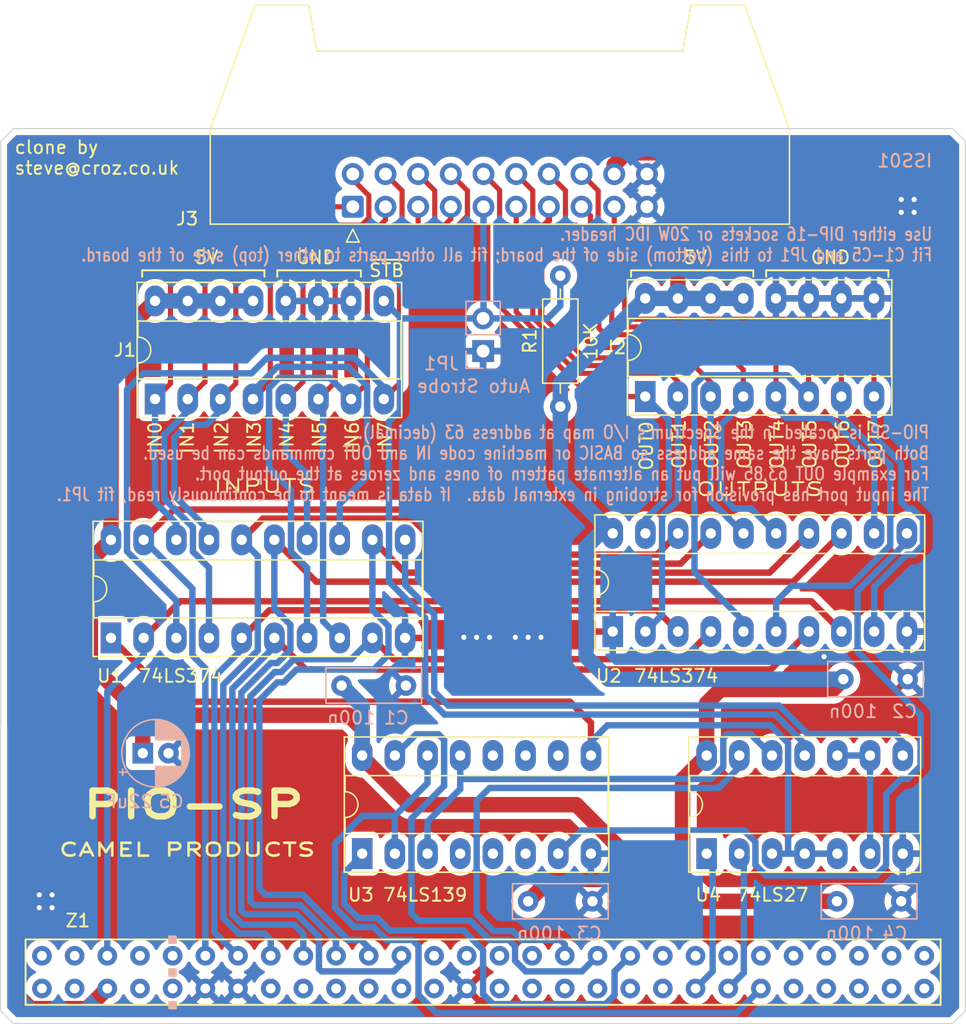
<source format=kicad_pcb>
(kicad_pcb (version 20211014) (generator pcbnew)
  (title_block (title "PIO-SP Clone") (date "2023-11-24") (rev "ISS01"))
  (layers (0 "F.Cu" signal) (31 "B.Cu" signal) (34 "B.Paste" user) (35 "F.Paste" user) (36 "B.SilkS" user "B.Silkscreen") (37 "F.SilkS" user "F.Silkscreen") (38 "B.Mask" user) (39 "F.Mask" user) (44 "Edge.Cuts" user))
  (net 0 "")
  (net 1 "+5V")
  (net 2 "GNDD")
  (net 3 "/IN0")
  (net 4 "/IN1")
  (net 5 "/IN2")
  (net 6 "/IN3")
  (net 7 "/IN4")
  (net 8 "/IN5")
  (net 9 "/IN6")
  (net 10 "/IN7")
  (net 11 "/~{STB}")
  (net 12 "/OUT0")
  (net 13 "/OUT1")
  (net 14 "/OUT2")
  (net 15 "/OUT3")
  (net 16 "/OUT4")
  (net 17 "/OUT5")
  (net 18 "/OUT6")
  (net 19 "/OUT7")
  (net 20 "Net-(U1-Pad1)")
  (net 21 "/D7")
  (net 22 "/D1")
  (net 23 "/D6")
  (net 24 "/D5")
  (net 25 "Net-(U1-Pad11)")
  (net 26 "/D3")
  (net 27 "/D4")
  (net 28 "/D2")
  (net 29 "/D0")
  (net 30 "Net-(U2-Pad11)")
  (net 31 "/~{WR}")
  (net 32 "/A5")
  (net 33 "Net-(U3-Pad13)")
  (net 40 "/~{RD}")
  (net 41 "/A7")
  (net 42 "/A6")
  (net 43 "Net-(U4-Pad10)")
  (net 44 "/~{IORQ}")
  (footprint "Package_DIP:DIP-14_W7.62mm_Socket_LongPads" (layer "F.Cu") (at 165.695 118.12 90)
    (fp_text reference "U4")
    (fp_text value "74LS27")
  )
  (footprint "Package_DIP:DIP-16_W7.62mm_Socket_LongPads" (layer "F.Cu") (at 160.92 82.62 90)
    (fp_text reference "J2")
    (fp_text value "OUTPUTS")
  )
  (footprint "Package_DIP:DIP-16_W7.62mm_Socket_LongPads" (layer "F.Cu") (at 122.82 82.82 90)
    (fp_text reference "J1")
    (fp_text value "INPUTS")
  )
  (footprint "Package_DIP:DIP-16_W7.62mm_Socket_LongPads" (layer "F.Cu") (at 138.92 118.12 90)
    (fp_text reference "U3")
    (fp_text value "74LS139")
  )
  (footprint "Package_DIP:DIP-20_W7.62mm_Socket_LongPads" (layer "F.Cu") (at 119.395 101.370489 90)
    (fp_text reference "U1")
    (fp_text value "74LS374")
  )
  (footprint "zxbus:ZX_Bus_Pin_Header" (layer "F.Cu") (at 148.32 127.32)
    (fp_text reference "Z1")
    (fp_text value "ZX48Bus")
  )
  (footprint "Connector_IDC:IDC-Header_2x10_P2.54mm_Latch_Horizontal" (layer "F.Cu") (at 138.19 67.884775 90)
    (fp_text reference "J3")
    (fp_text value "IN/OUT IDC")
  )
  (footprint "Resistor_THT:R_Axial_DIN0207_L6.3mm_D2.5mm_P10.16mm_Horizontal" (layer "F.Cu") (at 154.32 83.4 90)
    (fp_text reference "R1")
    (fp_text value "10K")
  )
  (footprint "Package_DIP:DIP-20_W7.62mm_Socket_LongPads" (layer "F.Cu") (at 158.395 100.870489 90)
    (fp_text reference "U2")
    (fp_text value "74LS374")
  )
  (footprint "Capacitor_THT:C_Rect_L7.2mm_W2.5mm_P5.00mm_FKS2_FKP2_MKS2_MKP2" (layer "B.Cu") (at 176.32 104.570489)
    (fp_text reference "C2")
    (fp_text value "100n")
  )
  (footprint "Capacitor_THT:C_Rect_L7.2mm_W2.5mm_P5.00mm_FKS2_FKP2_MKS2_MKP2" (layer "B.Cu") (at 175.82 121.82)
    (fp_text reference "C4")
    (fp_text value "100n")
  )
  (footprint "Connector_PinHeader_2.54mm:PinHeader_1x02_P2.54mm_Vertical" (layer "B.Cu") (at 148.32 79.095)
    (fp_text reference "JP1")
    (fp_text value "Auto Strobe")
  )
  (footprint "Capacitor_THT:CP_Radial_D5.0mm_P2.00mm" (layer "B.Cu") (at 121.864888 110.32)
    (fp_text reference "C5")
    (fp_text value "22uF")
  )
  (footprint "Capacitor_THT:C_Rect_L7.2mm_W2.5mm_P5.00mm_FKS2_FKP2_MKS2_MKP2" (layer "B.Cu") (at 137.32 105.070489)
    (fp_text reference "C1")
    (fp_text value "100n")
  )
  (footprint "Capacitor_THT:C_Rect_L7.2mm_W2.5mm_P5.00mm_FKS2_FKP2_MKS2_MKP2" (layer "B.Cu") (at 151.82 121.82)
    (fp_text reference "C3")
    (fp_text value "100n")
  )
  (gr_rect (start 123.924 127.092) (end 124.432 127.6) (layer "B.SilkS") (width 0.15) (fill solid))
  (gr_rect (start 123.924 124.552) (end 124.432 125.06) (layer "B.SilkS") (width 0.15) (fill solid))
  (gr_rect (start 123.924 129.632) (end 124.432 130.14) (layer "B.SilkS") (width 0.15) (fill solid))
  (gr_line (start 132.32 72.82) (end 138.82 72.82) (layer "F.SilkS") (width 0.15))
  (gr_line (start 170.32 72.82) (end 179.82 72.82) (layer "F.SilkS") (width 0.15))
  (gr_rect (start 123.924 124.552) (end 124.432 125.06) (layer "F.SilkS") (width 0.15) (fill solid))
  (gr_line (start 131.32 72.82) (end 131.32 73.32) (layer "F.SilkS") (width 0.15))
  (gr_line (start 170.32 72.82) (end 170.32 73.32) (layer "F.SilkS") (width 0.15))
  (gr_line (start 159.82 72.82) (end 169.32 72.82) (layer "F.SilkS") (width 0.15))
  (gr_line (start 132.32 73.32) (end 132.32 72.82) (layer "F.SilkS") (width 0.15))
  (gr_line (start 169.32 72.82) (end 169.32 73.32) (layer "F.SilkS") (width 0.15))
  (gr_rect (start 123.924 127.092) (end 124.432 127.6) (layer "F.SilkS") (width 0.15) (fill solid))
  (gr_line (start 159.82 72.82) (end 159.82 73.32) (layer "F.SilkS") (width 0.15))
  (gr_line (start 121.82 72.82) (end 131.32 72.82) (layer "F.SilkS") (width 0.15))
  (gr_line (start 179.82 72.82) (end 179.82 73.32) (layer "F.SilkS") (width 0.15))
  (gr_line (start 138.82 72.82) (end 138.82 73.32) (layer "F.SilkS") (width 0.15))
  (gr_rect (start 123.924 129.632) (end 124.432 130.14) (layer "F.SilkS") (width 0.15) (fill solid))
  (gr_line (start 121.82 72.82) (end 121.82 73.32) (layer "F.SilkS") (width 0.15))
  (gr_line (start 111.82 131.32) (end 110.82 130.32) (layer "Edge.Cuts") (width 0.1))
  (gr_line (start 185.82 130.32) (end 184.82 131.32) (layer "Edge.Cuts") (width 0.1))
  (gr_line (start 110.82 62.82) (end 111.82 61.82) (layer "Edge.Cuts") (width 0.1))
  (gr_line (start 184.82 61.82) (end 185.82 62.82) (layer "Edge.Cuts") (width 0.1))
  (gr_line (start 111.82 61.82) (end 184.82 61.82) (layer "Edge.Cuts") (width 0.1))
  (gr_line (start 184.82 131.32) (end 111.82 131.32) (layer "Edge.Cuts") (width 0.1))
  (gr_line (start 185.82 62.82) (end 185.82 130.32) (layer "Edge.Cuts") (width 0.1))
  (gr_line (start 110.82 130.32) (end 110.82 62.82) (layer "Edge.Cuts") (width 0.1))
  (gr_text "ISS01" (at 183.32 64.32) (layer "B.SilkS") (effects (font (size 1 1)) (justify left mirror)))
  (gr_text "Use either DIP-16 sockets or 20W IDC header.\nFit C1-C5 and JP1 to this (bottom) side of the board; fit all other parts to other (top) side of the board." (at 183.32 70.82) (layer "B.SilkS") (effects (font (size 1 0.8)) (justify left mirror)))
  (gr_text "PIO-SP is located in the Spectrum's I/O map at address 63 (decimal).\nBoth ports have the same address so BASIC or machine code IN and OUT commands can be used.\nFor example OUT 63,85 will put an alternate pattern of ones and zeroes at the output port.\nThe input port has provision for strobing in external data.  If data is meant to be continuously read, fit JP1." (at 183.07 87.82) (layer "B.SilkS") (effects (font (size 1 0.8)) (justify left mirror)))
  (gr_text "IN6" (at 138.148 85.82 90) (layer "F.SilkS") (effects (font (size 1 1))))
  (gr_text "~{STB}" (at 140.82 72.82) (layer "F.SilkS") (effects (font (size 1 1))))
  (gr_text "IN3" (at 130.528 85.82 90) (layer "F.SilkS") (effects (font (size 1 1))))
  (gr_text "5V" (at 126.82 71.82) (layer "F.SilkS") (effects (font (size 1 1))))
  (gr_text "OUT2" (at 166.088 86.32 90) (layer "F.SilkS") (effects (font (size 1 1))))
  (gr_text "GND" (at 175.32 71.82) (layer "F.SilkS") (effects (font (size 1 1))))
  (gr_text "IN1" (at 125.32 85.82 90) (layer "F.SilkS") (effects (font (size 1 1))))
  (gr_text "OUT7" (at 178.82 86.32 90) (layer "F.SilkS") (effects (font (size 1 1))))
  (gr_text "clone by\nsteve@croz.co.uk" (at 111.82 64.07) (layer "F.SilkS") (effects (font (size 1 1)) (justify left)))
  (gr_text "IN5" (at 135.608 85.82 90) (layer "F.SilkS") (effects (font (size 1 1))))
  (gr_text "CAMEL PRODUCTS" (at 125.32 117.82) (layer "F.SilkS") (effects (font (size 1 1.5) (thickness 0.2))))
  (gr_text "IN4" (at 133.068 85.82 90) (layer "F.SilkS") (effects (font (size 1 1))))
  (gr_text "OUT3" (at 168.628 86.32 90) (layer "F.SilkS") (effects (font (size 1 1))))
  (gr_text "OUT5" (at 173.708 86.32 90) (layer "F.SilkS") (effects (font (size 1 1))))
  (gr_text "OUT6" (at 176.248 86.32 90) (layer "F.SilkS") (effects (font (size 1 1))))
  (gr_text "IN2" (at 127.988 85.82 90) (layer "F.SilkS") (effects (font (size 1 1))))
  (gr_text "OUT1" (at 163.548 86.32 90) (layer "F.SilkS") (effects (font (size 1 1))))
  (gr_text "PIO-SP" (at 125.82 114.32) (layer "F.SilkS") (effects (font (size 2 3) (thickness 0.5))))
  (gr_text "5V" (at 164.82 71.82) (layer "F.SilkS") (effects (font (size 1 1))))
  (gr_text "IN7" (at 140.688 85.82 90) (layer "F.SilkS") (effects (font (size 1 1))))
  (gr_text "OUT0" (at 161.008 86.452 90) (layer "F.SilkS") (effects (font (size 1 1))))
  (gr_text "OUT4" (at 171.168 86.32 90) (layer "F.SilkS") (effects (font (size 1 1))))
  (gr_text "GND" (at 135.32 71.82) (layer "F.SilkS") (effects (font (size 1 1))))
  (gr_text "IN0" (at 122.82 85.82 90) (layer "F.SilkS") (effects (font (size 1 1))))
  (segment (start 119.395 78.625) (end 122.82 75.2) (width 1.2) (layer "F.Cu") (net 1))
  (segment (start 158.51 65.344775) (end 158.51 64.63) (width 1.2) (layer "F.Cu") (net 1))
  (segment (start 117.795489 103.37) (end 117.795489 95.35) (width 1.2) (layer "F.Cu") (net 1))
  (segment (start 153.52048 120.11952) (end 159.02048 120.11952) (width 1.2) (layer "F.Cu") (net 1))
  (segment (start 163.82 112.375) (end 165.695 110.5) (width 1.2) (layer "F.Cu") (net 1))
  (segment (start 119.395 93.750489) (end 119.395 78.625) (width 1.2) (layer "F.Cu") (net 1))
  (segment (start 138.92 108.42) (end 137.86952 107.36952) (width 1.2) (layer "F.Cu") (net 1))
  (segment (start 138.92 110.5) (end 138.92 108.42) (width 1.2) (layer "F.Cu") (net 1))
  (segment (start 166.769512 105.370488) (end 165.695 106.445) (width 1.2) (layer "F.Cu") (net 1))
  (segment (start 117.548489 130.151511) (end 113.151511 130.151511) (width 1.2) (layer "F.Cu") (net 1))
  (segment (start 158.51 64.63) (end 159.444736 63.695264) (width 1.2) (layer "F.Cu") (net 1))
  (segment (start 159.02048 120.11952) (end 163.61952 120.11952) (width 1.2) (layer "F.Cu") (net 1))
  (segment (start 112.151511 109.013978) (end 117.795489 103.37) (width 1.2) (layer "F.Cu") (net 1))
  (segment (start 155.562062 114.32) (end 159.02048 117.778418) (width 1.2) (layer "F.Cu") (net 1))
  (segment (start 175.82 121.82) (end 165.32 121.82) (width 1.2) (layer "F.Cu") (net 1))
  (segment (start 112.151511 129.151511) (end 112.151511 109.013978) (width 1.2) (layer "F.Cu") (net 1))
  (segment (start 175.520001 105.370488) (end 166.769512 105.370488) (width 1.2) (layer "F.Cu") (net 1))
  (segment (start 162.195264 63.695264) (end 163.46 64.96) (width 1.2) (layer "F.Cu") (net 1))
  (segment (start 137.86952 107.36952) (end 121.795009 107.36952) (width 1.2) (layer "F.Cu") (net 1))
  (segment (start 138.92 110.622062) (end 142.617938 114.32) (width 1.2) (layer "F.Cu") (net 1))
  (segment (start 121.864888 107.439399) (end 121.795009 107.36952) (width 1.2) (layer "F.Cu") (net 1))
  (segment (start 165.695 106.445) (end 165.695 110.5) (width 1.2) (layer "F.Cu") (net 1))
  (segment (start 163.46 64.96) (end 163.46 75) (width 1.2) (layer "F.Cu") (net 1))
  (segment (start 138.92 110.5) (end 138.92 110.622062) (width 1.2) (layer "F.Cu") (net 1))
  (segment (start 163.61952 120.11952) (end 163.82 120.32) (width 1.2) (layer "F.Cu") (net 1))
  (segment (start 159.02048 117.778418) (end 159.02048 120.11952) (width 1.2) (layer "F.Cu") (net 1))
  (segment (start 151.82 121.82) (end 153.52048 120.11952) (width 1.2) (layer "F.Cu") (net 1))
  (segment (start 119.11 128.59) (end 117.548489 130.151511) (width 1.2) (layer "F.Cu") (net 1))
  (segment (start 121.864888 110.32) (end 121.864888 107.439399) (width 1.2) (layer "F.Cu") (net 1))
  (segment (start 121.795009 107.36952) (end 117.795489 103.37) (width 1.2) (layer "F.Cu") (net 1))
  (segment (start 163.82 120.32) (end 163.82 112.375) (width 1.2) (layer "F.Cu") (net 1))
  (segment (start 176.32 104.570489) (end 175.520001 105.370488) (width 1.2) (layer "F.Cu") (net 1))
  (segment (start 113.151511 130.151511) (end 112.151511 129.151511) (width 1.2) (layer "F.Cu") (net 1))
  (segment (start 159.444736 63.695264) (end 162.195264 63.695264) (width 1.2) (layer "F.Cu") (net 1))
  (segment (start 117.795489 95.35) (end 119.395 93.750489) (width 1.2) (layer "F.Cu") (net 1))
  (segment (start 142.617938 114.32) (end 155.562062 114.32) (width 1.2) (layer "F.Cu") (net 1))
  (segment (start 165.32 121.82) (end 163.82 120.32) (width 1.2) (layer "F.Cu") (net 1))
  (segment (start 154.32 86.32) (end 154.32 89.175489) (width 1.2) (layer "B.Cu") (net 1))
  (segment (start 158.395 93.250489) (end 157.389511 93.250489) (width 1.2) (layer "B.Cu") (net 1))
  (segment (start 157.389511 93.250489) (end 156.32 94.32) (width 1.2) (layer "B.Cu") (net 1))
  (segment (start 158.070489 104.570489) (end 176.32 104.570489) (width 1.2) (layer "B.Cu") (net 1))
  (segment (start 154.32 86.32) (end 154.32 81.6) (width 1.2) (layer "B.Cu") (net 1))
  (segment (start 154.32 81.6) (end 160.92 75) (width 1.2) (layer "B.Cu") (net 1))
  (segment (start 138.92 106.670489) (end 137.32 105.070489) (width 1.2) (layer "B.Cu") (net 1))
  (segment (start 130.44 75.2) (end 127.9 75.2) (width 1.2) (layer "B.Cu") (net 1))
  (segment (start 127.9 75.2) (end 125.36 75.2) (width 1.2) (layer "B.Cu") (net 1))
  (segment (start 138.92 110.5) (end 138.92 106.670489) (width 1.2) (layer "B.Cu") (net 1))
  (segment (start 163.46 75) (end 166 75) (width 1.2) (layer "B.Cu") (net 1))
  (segment (start 154.32 89.175489) (end 158.395 93.250489) (width 1.2) (layer "B.Cu") (net 1))
  (segment (start 125.36 75.2) (end 122.82 75.2) (width 1.2) (layer "B.Cu") (net 1))
  (segment (start 156.32 102.82) (end 158.070489 104.570489) (width 1.2) (layer "B.Cu") (net 1))
  (segment (start 156.32 94.32) (end 156.32 102.82) (width 1.2) (layer "B.Cu") (net 1))
  (segment (start 160.92 75) (end 163.46 75) (width 1.2) (layer "B.Cu") (net 1))
  (segment (start 166 75) (end 168.54 75) (width 1.2) (layer "B.Cu") (net 1))
  (via (at 174.82 102.82) (size 0.8) (drill 0.4) (layers "F.Cu" "B.Cu") (net 2))
  (via (at 114.82 121.32) (size 0.8) (drill 0.4) (layers "F.Cu" "B.Cu") (net 2))
  (via (at 113.82 122.32) (size 0.8) (drill 0.4) (layers "F.Cu" "B.Cu") (net 2))
  (via (at 147.82 101.32) (size 0.8) (drill 0.4) (layers "F.Cu" "B.Cu") (net 2))
  (via (at 181.82 68.32) (size 0.8) (drill 0.4) (layers "F.Cu" "B.Cu") (net 2))
  (via (at 146.82 101.32) (size 0.8) (drill 0.4) (layers "F.Cu" "B.Cu") (net 2))
  (via (at 114.82 122.32) (size 0.8) (drill 0.4) (layers "F.Cu" "B.Cu") (net 2))
  (via (at 180.82 68.32) (size 0.8) (drill 0.4) (layers "F.Cu" "B.Cu") (net 2))
  (via (at 150.82 101.32) (size 0.8) (drill 0.4) (layers "F.Cu" "B.Cu") (net 2))
  (via (at 151.82 101.32) (size 0.8) (drill 0.4) (layers "F.Cu" "B.Cu") (net 2))
  (via (at 113.82 121.32) (size 0.8) (drill 0.4) (layers "F.Cu" "B.Cu") (net 2))
  (via (at 148.82 101.32) (size 0.8) (drill 0.4) (layers "F.Cu" "B.Cu") (net 2))
  (via (at 152.82 101.32) (size 0.8) (drill 0.4) (layers "F.Cu" "B.Cu") (net 2))
  (via (at 180.82 67.32) (size 0.8) (drill 0.4) (layers "F.Cu" "B.Cu") (net 2))
  (via (at 181.82 67.32) (size 0.8) (drill 0.4) (layers "F.Cu" "B.Cu") (net 2))
  (segment (start 124.01952 81.62048) (end 122.82 82.82) (width 0.4) (layer "F.Cu") (net 3))
  (segment (start 124.01952 70.62048) (end 124.01952 81.62048) (width 0.4) (layer "F.Cu") (net 3))
  (segment (start 138.19 67.884775) (end 126.755225 67.884775) (width 0.4) (layer "F.Cu") (net 3))
  (segment (start 126.755225 67.884775) (end 124.01952 70.62048) (width 0.4) (layer "F.Cu") (net 3))
  (segment (start 122.82 90.82) (end 124.475 92.475) (width 0.5) (layer "B.Cu") (net 3))
  (segment (start 122.82 82.82) (end 122.82 90.82) (width 0.5) (layer "B.Cu") (net 3))
  (segment (start 124.475 92.475) (end 124.475 93.750489) (width 0.5) (layer "B.Cu") (net 3))
  (segment (start 138.19 65.766216) (end 139.43952 67.015736) (width 0.4) (layer "F.Cu") (net 4))
  (segment (start 126.70048 81.47952) (end 125.36 82.82) (width 0.4) (layer "F.Cu") (net 4))
  (segment (start 126.70048 70.93952) (end 126.70048 81.47952) (width 0.4) (layer "F.Cu") (net 4))
  (segment (start 138.19 65.344775) (end 138.19 65.766216) (width 0.4) (layer "F.Cu") (net 4))
  (segment (start 138.873334 69.32) (end 128.32 69.32) (width 0.4) (layer "F.Cu") (net 4))
  (segment (start 139.43952 68.753814) (end 138.873334 69.32) (width 0.4) (layer "F.Cu") (net 4))
  (segment (start 139.43952 67.015736) (end 139.43952 68.753814) (width 0.4) (layer "F.Cu") (net 4))
  (segment (start 128.32 69.32) (end 126.70048 70.93952) (width 0.4) (layer "F.Cu") (net 4))
  (segment (start 127.015 95.917577) (end 125.76548 94.668057) (width 0.5) (layer "B.Cu") (net 4))
  (segment (start 127.015 101.370489) (end 127.015 95.917577) (width 0.5) (layer "B.Cu") (net 4))
  (segment (start 125.36 82.82) (end 125.36 83.78) (width 0.5) (layer "B.Cu") (net 4))
  (segment (start 125.36 83.78) (end 123.51952 85.62048) (width 0.5) (layer "B.Cu") (net 4))
  (segment (start 125.76548 92.77621) (end 123.51952 90.53025) (width 0.5) (layer "B.Cu") (net 4))
  (segment (start 123.51952 85.62048) (end 123.51952 90.53025) (width 0.5) (layer "B.Cu") (net 4))
  (segment (start 125.76548 94.668057) (end 125.76548 92.77621) (width 0.5) (layer "B.Cu") (net 4))
  (segment (start 129.09952 73.04048) (end 129.09952 81.62048) (width 0.4) (layer "F.Cu") (net 5))
  (segment (start 139.41952 70.22048) (end 131.91952 70.22048) (width 0.4) (layer "F.Cu") (net 5))
  (segment (start 131.91952 70.22048) (end 129.09952 73.04048) (width 0.4) (layer "F.Cu") (net 5))
  (segment (start 129.09952 81.62048) (end 127.9 82.82) (width 0.4) (layer "F.Cu") (net 5))
  (segment (start 140.73 68.91) (end 139.41952 70.22048) (width 0.4) (layer "F.Cu") (net 5))
  (segment (start 140.73 67.884775) (end 140.73 68.91) (width 0.4) (layer "F.Cu") (net 5))
  (segment (start 127.015 93.015) (end 124.32 90.32) (width 0.5) (layer "B.Cu") (net 5))
  (segment (start 127.9 82.82) (end 127.9 83.72) (width 0.5) (layer "B.Cu") (net 5))
  (segment (start 125.32 84.82) (end 124.32 85.82) (width 0.5) (layer "B.Cu") (net 5))
  (segment (start 127.9 83.72) (end 126.8 84.82) (width 0.5) (layer "B.Cu") (net 5))
  (segment (start 126.8 84.82) (end 125.32 84.82) (width 0.5) (layer "B.Cu") (net 5))
  (segment (start 127.015 93.750489) (end 127.015 93.015) (width 0.5) (layer "B.Cu") (net 5))
  (segment (start 124.32 85.82) (end 124.32 90.32) (width 0.5) (layer "B.Cu") (net 5))
  (segment (start 133.82 70.82) (end 131.78048 72.85952) (width 0.4) (layer "F.Cu") (net 6))
  (segment (start 140.32 70.82) (end 133.82 70.82) (width 0.4) (layer "F.Cu") (net 6))
  (segment (start 131.78048 81.47952) (end 130.44 82.82) (width 0.4) (layer "F.Cu") (net 6))
  (segment (start 142.020489 69.119511) (end 140.32 70.82) (width 0.4) (layer "F.Cu") (net 6))
  (segment (start 142.020489 66.635264) (end 142.020489 69.119511) (width 0.4) (layer "F.Cu") (net 6))
  (segment (start 140.73 65.344775) (end 142.020489 66.635264) (width 0.4) (layer "F.Cu") (net 6))
  (segment (start 131.78048 72.85952) (end 131.78048 81.47952) (width 0.4) (layer "F.Cu") (net 6))
  (segment (start 132.32 80.32) (end 137.82 80.32) (width 0.5) (layer "B.Cu") (net 6))
  (segment (start 130.44 82.82) (end 130.44 82.2) (width 0.5) (layer "B.Cu") (net 6))
  (segment (start 139.30952 81.80952) (end 139.30952 88.83048) (width 0.5) (layer "B.Cu") (net 6))
  (segment (start 137.82 80.32) (end 139.30952 81.80952) (width 0.5) (layer "B.Cu") (net 6))
  (segment (start 139.30952 88.83048) (end 137.175 90.965) (width 0.5) (layer "B.Cu") (net 6))
  (segment (start 130.44 82.2) (end 132.32 80.32) (width 0.5) (layer "B.Cu") (net 6))
  (segment (start 137.175 90.965) (end 137.175 93.750489) (width 0.5) (layer "B.Cu") (net 6))
  (segment (start 135.41952 71.72048) (end 134.32 72.82) (width 0.4) (layer "F.Cu") (net 7))
  (segment (start 143.27 69.37) (end 140.91952 71.72048) (width 0.4) (layer "F.Cu") (net 7))
  (segment (start 134.32 81.48) (end 132.98 82.82) (width 0.4) (layer "F.Cu") (net 7))
  (segment (start 143.27 67.884775) (end 143.27 69.37) (width 0.4) (layer "F.Cu") (net 7))
  (segment (start 134.32 72.82) (end 134.32 81.48) (width 0.4) (layer "F.Cu") (net 7))
  (segment (start 140.91952 71.72048) (end 135.41952 71.72048) (width 0.4) (layer "F.Cu") (net 7))
  (segment (start 132.98 82.82) (end 132.98 86.98) (width 0.5) (layer "B.Cu") (net 7))
  (segment (start 132.98 86.98) (end 134.635 88.635) (width 0.5) (layer "B.Cu") (net 7))
  (segment (start 134.635 88.635) (end 134.635 93.750489) (width 0.5) (layer "B.Cu") (net 7))
  (segment (start 136.82 81.52) (end 135.52 82.82) (width 0.4) (layer "F.Cu") (net 8))
  (segment (start 137.32 72.32) (end 136.82 72.82) (width 0.4) (layer "F.Cu") (net 8))
  (segment (start 144.560489 66.635264) (end 144.560489 69.079511) (width 0.4) (layer "F.Cu") (net 8))
  (segment (start 136.82 72.82) (end 136.82 81.52) (width 0.4) (layer "F.Cu") (net 8))
  (segment (start 144.560489 69.079511) (end 141.32 72.32) (width 0.4) (layer "F.Cu") (net 8))
  (segment (start 141.32 72.32) (end 137.32 72.32) (width 0.4) (layer "F.Cu") (net 8))
  (segment (start 143.27 65.344775) (end 144.560489 66.635264) (width 0.4) (layer "F.Cu") (net 8))
  (segment (start 135.88452 83.18452) (end 135.88452 100.080009) (width 0.5) (layer "B.Cu") (net 8))
  (segment (start 135.88452 100.080009) (end 137.175 101.370489) (width 0.5) (layer "B.Cu") (net 8))
  (segment (start 135.52 82.82) (end 135.88452 83.18452) (width 0.5) (layer "B.Cu") (net 8))
  (segment (start 139.32 81.56) (end 138.06 82.82) (width 0.4) (layer "F.Cu") (net 9))
  (segment (start 139.32 73.82) (end 139.32 81.56) (width 0.4) (layer "F.Cu") (net 9))
  (segment (start 145.81 67.884775) (end 145.81 68.83) (width 0.4) (layer "F.Cu") (net 9))
  (segment (start 139.82 73.32) (end 139.32 73.82) (width 0.4) (layer "F.Cu") (net 9))
  (segment (start 145.81 68.83) (end 141.32 73.32) (width 0.4) (layer "F.Cu") (net 9))
  (segment (start 141.32 73.32) (end 139.82 73.32) (width 0.4) (layer "F.Cu") (net 9))
  (segment (start 132.462432 81.17048) (end 136.41048 81.17048) (width 0.5) (layer "B.Cu") (net 9))
  (segment (start 131.68952 88.18952) (end 131.68952 81.943392) (width 0.5) (layer "B.Cu") (net 9))
  (segment (start 134.635 95.917577) (end 133.38548 94.668057) (width 0.5) (layer "B.Cu") (net 9))
  (segment (start 136.41048 81.17048) (end 138.06 82.82) (width 0.5) (layer "B.Cu") (net 9))
  (segment (start 133.38548 94.668057) (end 133.38548 89.88548) (width 0.5) (layer "B.Cu") (net 9))
  (segment (start 134.635 101.370489) (end 134.635 95.917577) (width 0.5) (layer "B.Cu") (net 9))
  (segment (start 133.38548 89.88548) (end 131.68952 88.18952) (width 0.5) (layer "B.Cu") (net 9))
  (segment (start 131.68952 81.943392) (end 132.462432 81.17048) (width 0.5) (layer "B.Cu") (net 9))
  (segment (start 141.82 73.880978) (end 141.82 81.6) (width 0.4) (layer "F.Cu") (net 10))
  (segment (start 145.81 65.344775) (end 147.100489 66.635264) (width 0.4) (layer "F.Cu") (net 10))
  (segment (start 147.100489 66.635264) (end 147.100489 68.600489) (width 0.4) (layer "F.Cu") (net 10))
  (segment (start 147.100489 68.600489) (end 141.82 73.880978) (width 0.4) (layer "F.Cu") (net 10))
  (segment (start 141.82 81.6) (end 140.6 82.82) (width 0.4) (layer "F.Cu") (net 10))
  (segment (start 121.920978 80.82) (end 120.64452 82.096458) (width 0.5) (layer "B.Cu") (net 10))
  (segment (start 124.475 98.475) (end 124.475 101.370489) (width 0.5) (layer "B.Cu") (net 10))
  (segment (start 140.6 81.92) (end 138.30048 79.62048) (width 0.5) (layer "B.Cu") (net 10))
  (segment (start 120.64452 94.64452) (end 124.475 98.475) (width 0.5) (layer "B.Cu") (net 10))
  (segment (start 140.6 82.82) (end 140.6 81.92) (width 0.5) (layer "B.Cu") (net 10))
  (segment (start 130.32 80.82) (end 121.920978 80.82) (width 0.5) (layer "B.Cu") (net 10))
  (segment (start 120.64452 82.096458) (end 120.64452 94.64452) (width 0.5) (layer "B.Cu") (net 10))
  (segment (start 131.51952 79.62048) (end 130.32 80.82) (width 0.5) (layer "B.Cu") (net 10))
  (segment (start 138.30048 79.62048) (end 131.51952 79.62048) (width 0.5) (layer "B.Cu") (net 10))
  (segment (start 148.35 67.884775) (end 148.35 76.525) (width 0.5) (layer "B.Cu") (net 11))
  (segment (start 141.84952 76.44952) (end 141.955 76.555) (width 0.5) (layer "B.Cu") (net 11))
  (segment (start 148.32 76.555) (end 153.335 76.555) (width 0.5) (layer "B.Cu") (net 11))
  (segment (start 143.82 105.82) (end 143.82 99.82) (width 0.5) (layer "B.Cu") (net 11))
  (segment (start 154.32 75.57) (end 154.32 73.24) (width 0.5) (layer "B.Cu") (net 11))
  (segment (start 171.035 107.32) (end 145.32 107.32) (width 0.5) (layer "B.Cu") (net 11))
  (segment (start 173.315 110.5) (end 173.315 109.6) (width 0.5) (layer "B.Cu") (net 11))
  (segment (start 153.335 76.555) (end 154.32 75.57) (width 0.5) (layer "B.Cu") (net 11))
  (segment (start 141.00548 97.00548) (end 141.00548 84.581608) (width 0.5) (layer "B.Cu") (net 11))
  (segment (start 141.84952 83.737568) (end 141.84952 76.44952) (width 0.5) (layer "B.Cu") (net 11))
  (segment (start 148.35 76.525) (end 148.32 76.555) (width 0.5) (layer "B.Cu") (net 11))
  (segment (start 141.00548 84.581608) (end 141.84952 83.737568) (width 0.5) (layer "B.Cu") (net 11))
  (segment (start 173.315 109.6) (end 171.035 107.32) (width 0.5) (layer "B.Cu") (net 11))
  (segment (start 143.82 99.82) (end 141.00548 97.00548) (width 0.5) (layer "B.Cu") (net 11))
  (segment (start 141.955 76.555) (end 148.32 76.555) (width 0.5) (layer "B.Cu") (net 11))
  (segment (start 145.32 107.32) (end 143.82 105.82) (width 0.5) (layer "B.Cu") (net 11))
  (segment (start 141.84952 76.44952) (end 140.6 75.2) (width 0.5) (layer "B.Cu") (net 11))
  (segment (start 148.35 65.344775) (end 149.599511 66.594286) (width 0.4) (layer "F.Cu") (net 12))
  (segment (start 149.599511 75.599511) (end 156.62 82.62) (width 0.4) (layer "F.Cu") (net 12))
  (segment (start 156.62 82.62) (end 160.92 82.62) (width 0.4) (layer "F.Cu") (net 12))
  (segment (start 149.599511 66.594286) (end 149.599511 75.599511) (width 0.4) (layer "F.Cu") (net 12))
  (segment (start 162.76048 90.32) (end 160.935 92.14548) (width 0.5) (layer "B.Cu") (net 12))
  (segment (start 160.92 82.62) (end 162.76048 84.46048) (width 0.5) (layer "B.Cu") (net 12))
  (segment (start 160.935 92.14548) (end 160.935 93.250489) (width 0.5) (layer "B.Cu") (net 12))
  (segment (start 162.76048 84.46048) (end 162.76048 90.32) (width 0.5) (layer "B.Cu") (net 12))
  (segment (start 150.89 67.884775) (end 150.89 76.04215) (width 0.4) (layer "F.Cu") (net 13))
  (segment (start 163.46 81.46) (end 163.46 82.62) (width 0.4) (layer "F.Cu") (net 13))
  (segment (start 150.89 76.04215) (end 155.66785 80.82) (width 0.4) (layer "F.Cu") (net 13))
  (segment (start 155.66785 80.82) (end 162.82 80.82) (width 0.4) (layer "F.Cu") (net 13))
  (segment (start 162.82 80.82) (end 163.46 81.46) (width 0.4) (layer "F.Cu") (net 13))
  (segment (start 163.46 90.68) (end 163.46 82.62) (width 0.5) (layer "B.Cu") (net 13))
  (segment (start 160.935 100.870489) (end 162.22548 99.580009) (width 0.5) (layer "B.Cu") (net 13))
  (segment (start 162.22548 91.91452) (end 163.46 90.68) (width 0.5) (layer "B.Cu") (net 13))
  (segment (start 162.22548 99.580009) (end 162.22548 91.91452) (width 0.5) (layer "B.Cu") (net 13))
  (segment (start 152.180489 76.484789) (end 155.91618 80.22048) (width 0.4) (layer "F.Cu") (net 14))
  (segment (start 166 81.5) (end 166 82.62) (width 0.4) (layer "F.Cu") (net 14))
  (segment (start 155.91618 80.22048) (end 164.72048 80.22048) (width 0.4) (layer "F.Cu") (net 14))
  (segment (start 150.89 65.344775) (end 152.180489 66.635264) (width 0.4) (layer "F.Cu") (net 14))
  (segment (start 164.72048 80.22048) (end 166 81.5) (width 0.4) (layer "F.Cu") (net 14))
  (segment (start 152.180489 66.635264) (end 152.180489 76.484789) (width 0.4) (layer "F.Cu") (net 14))
  (segment (start 166 90.695489) (end 168.555 93.250489) (width 0.5) (layer "B.Cu") (net 14))
  (segment (start 166 82.62) (end 166 90.695489) (width 0.5) (layer "B.Cu") (net 14))
  (segment (start 168.54 82.62) (end 168.54 80.54) (width 0.4) (layer "F.Cu") (net 15))
  (segment (start 153.43 67.884775) (end 153.43 68.96) (width 0.5) (layer "F.Cu") (net 15))
  (segment (start 168.54 80.54) (end 167.62096 79.62096) (width 0.4) (layer "F.Cu") (net 15))
  (segment (start 167.62096 79.62096) (end 156.16451 79.62096) (width 0.4) (layer "F.Cu") (net 15))
  (segment (start 153.43 68.96) (end 152.830009 69.559991) (width 0.5) (layer "F.Cu") (net 15))
  (segment (start 152.830009 69.559991) (end 152.830009 76.07) (width 0.5) (layer "F.Cu") (net 15))
  (segment (start 156.16451 79.62096) (end 152.780009 76.236459) (width 0.4) (layer "F.Cu") (net 15))
  (segment (start 169.164511 91.32) (end 171.095 93.250489) (width 0.5) (layer "B.Cu") (net 15))
  (segment (start 168.54 82.62) (end 168.54 83.1) (width 0.5) (layer "B.Cu") (net 15))
  (segment (start 166.82 84.82) (end 166.82 90.32) (width 0.5) (layer "B.Cu") (net 15))
  (segment (start 168.54 83.1) (end 166.82 84.82) (width 0.5) (layer "B.Cu") (net 15))
  (segment (start 166.82 90.32) (end 167.82 91.32) (width 0.5) (layer "B.Cu") (net 15))
  (segment (start 167.82 91.32) (end 169.164511 91.32) (width 0.5) (layer "B.Cu") (net 15))
  (segment (start 154.720489 68.970489) (end 155.07 69.32) (width 0.4) (layer "F.Cu") (net 16))
  (segment (start 156.41952 78.41952) (end 156.82 78.82) (width 0.4) (layer "F.Cu") (net 16))
  (segment (start 156.41952 75.41952) (end 156.061449 75.061449) (width 0.4) (layer "F.Cu") (net 16))
  (segment (start 156.41952 75.41952) (end 156.41952 78.41952) (width 0.4) (layer "F.Cu") (net 16))
  (segment (start 153.43 65.344775) (end 154.720489 66.635264) (width 0.4) (layer "F.Cu") (net 16))
  (segment (start 156.061449 75.061449) (end 156.061449 69.82) (width 0.4) (layer "F.Cu") (net 16))
  (segment (start 171.08 79.58) (end 171.08 82.62) (width 0.4) (layer "F.Cu") (net 16))
  (segment (start 156.061449 69.82) (end 155.561449 69.32) (width 0.4) (layer "F.Cu") (net 16))
  (segment (start 154.720489 66.635264) (end 154.720489 68.970489) (width 0.4) (layer "F.Cu") (net 16))
  (segment (start 170.32 78.82) (end 171.08 79.58) (width 0.4) (layer "F.Cu") (net 16))
  (segment (start 155.561449 69.32) (end 155.07 69.32) (width 0.4) (layer "F.Cu") (net 16))
  (segment (start 156.82 78.82) (end 170.32 78.82) (width 0.4) (layer "F.Cu") (net 16))
  (segment (start 171.08 83.47904) (end 171.08 82.62) (width 0.5) (layer "B.Cu") (net 16))
  (segment (start 171.87048 84.26952) (end 171.08 83.47904) (width 0.5) (layer "B.Cu") (net 16))
  (segment (start 178.715 87.715) (end 175.26952 84.26952) (width 0.5) (layer "B.Cu") (net 16))
  (segment (start 175.26952 84.26952) (end 171.87048 84.26952) (width 0.5) (layer "B.Cu") (net 16))
  (segment (start 178.715 93.250489) (end 178.715 87.715) (width 0.5) (layer "B.Cu") (net 16))
  (segment (start 157.32 77.32) (end 157.32 75.32) (width 0.4) (layer "F.Cu") (net 17))
  (segment (start 156.660969 74.660969) (end 156.660969 68.575744) (width 0.4) (layer "F.Cu") (net 17))
  (segment (start 157.32 75.32) (end 156.660969 74.660969) (width 0.4) (layer "F.Cu") (net 17))
  (segment (start 171.32 77.82) (end 157.82 77.82) (width 0.4) (layer "F.Cu") (net 17))
  (segment (start 173.62 82.62) (end 173.62 80.12) (width 0.4) (layer "F.Cu") (net 17))
  (segment (start 157.82 77.82) (end 157.32 77.32) (width 0.4) (layer "F.Cu") (net 17))
  (segment (start 156.660969 68.575744) (end 155.97 67.884775) (width 0.4) (layer "F.Cu") (net 17))
  (segment (start 173.62 80.12) (end 171.32 77.82) (width 0.4) (layer "F.Cu") (net 17))
  (segment (start 164.75048 81.702432) (end 164.75048 96.25048) (width 0.5) (layer "B.Cu") (net 17))
  (segment (start 168.555 100.055) (end 168.555 100.870489) (width 0.5) (layer "B.Cu") (net 17))
  (segment (start 164.75048 96.25048) (end 168.555 100.055) (width 0.5) (layer "B.Cu") (net 17))
  (segment (start 171.97048 80.97048) (end 165.482432 80.97048) (width 0.5) (layer "B.Cu") (net 17))
  (segment (start 173.62 82.62) (end 171.97048 80.97048) (width 0.5) (layer "B.Cu") (net 17))
  (segment (start 165.482432 80.97048) (end 164.75048 81.702432) (width 0.5) (layer "B.Cu") (net 17))
  (segment (start 155.97 65.344775) (end 157.260489 66.635264) (width 0.4) (layer "F.Cu") (net 18))
  (segment (start 176.16 79.96096) (end 176.16 82.62) (width 0.4) (layer "F.Cu") (net 18))
  (segment (start 158.32 76.82) (end 158.72048 77.22048) (width 0.4) (layer "F.Cu") (net 18))
  (segment (start 173.41952 77.22048) (end 176.16 79.96096) (width 0.4) (layer "F.Cu") (net 18))
  (segment (start 158.32 75.32) (end 158.32 76.82) (width 0.4) (layer "F.Cu") (net 18))
  (segment (start 157.260489 66.635264) (end 157.260489 74.260489) (width 0.4) (layer "F.Cu") (net 18))
  (segment (start 157.260489 74.260489) (end 158.32 75.32) (width 0.4) (layer "F.Cu") (net 18))
  (segment (start 158.72048 77.22048) (end 173.41952 77.22048) (width 0.4) (layer "F.Cu") (net 18))
  (segment (start 179.96452 87.96452) (end 179.96452 94.17548) (width 0.5) (layer "B.Cu") (net 18))
  (segment (start 176.82 97.32) (end 172.32 97.32) (width 0.5) (layer "B.Cu") (net 18))
  (segment (start 172.32 97.32) (end 171.095 98.545) (width 0.5) (layer "B.Cu") (net 18))
  (segment (start 179.96452 94.17548) (end 176.82 97.32) (width 0.5) (layer "B.Cu") (net 18))
  (segment (start 171.095 98.545) (end 171.095 100.870489) (width 0.5) (layer "B.Cu") (net 18))
  (segment (start 176.16 82.62) (end 176.16 84.16) (width 0.5) (layer "B.Cu") (net 18))
  (segment (start 176.16 84.16) (end 179.96452 87.96452) (width 0.5) (layer "B.Cu") (net 18))
  (segment (start 158.51 74.01) (end 159.32 74.82) (width 0.4) (layer "F.Cu") (net 19))
  (segment (start 177.12096 76.62096) (end 178.7 78.2) (width 0.4) (layer "F.Cu") (net 19))
  (segment (start 160.12096 76.62096) (end 177.12096 76.62096) (width 0.4) (layer "F.Cu") (net 19))
  (segment (start 178.7 78.2) (end 178.7 82.62) (width 0.4) (layer "F.Cu") (net 19))
  (segment (start 158.51 67.884775) (end 158.51 74.01) (width 0.4) (layer "F.Cu") (net 19))
  (segment (start 159.32 74.82) (end 159.32 75.82) (width 0.4) (layer "F.Cu") (net 19))
  (segment (start 159.32 75.82) (end 160.12096 76.62096) (width 0.4) (layer "F.Cu") (net 19))
  (segment (start 178.715 100.870489) (end 178.715 97.425) (width 0.5) (layer "B.Cu") (net 19))
  (segment (start 181.239991 94.900009) (end 181.772568 94.900009) (width 0.5) (layer "B.Cu") (net 19))
  (segment (start 181.32 91.32) (end 180.82 90.82) (width 0.5) (layer "B.Cu") (net 19))
  (segment (start 182.50452 94.168057) (end 182.50452 92.16048) (width 0.5) (layer "B.Cu") (net 19))
  (segment (start 180.82 87.82) (end 178.7 85.7) (width 0.5) (layer "B.Cu") (net 19))
  (segment (start 180.82 90.82) (end 180.82 87.82) (width 0.5) (layer "B.Cu") (net 19))
  (segment (start 178.715 97.425) (end 181.239991 94.900009) (width 0.5) (layer "B.Cu") (net 19))
  (segment (start 182.50452 92.16048) (end 181.66404 91.32) (width 0.5) (layer "B.Cu") (net 19))
  (segment (start 181.66404 91.32) (end 181.32 91.32) (width 0.5) (layer "B.Cu") (net 19))
  (segment (start 181.772568 94.900009) (end 182.50452 94.168057) (width 0.5) (layer "B.Cu") (net 19))
  (segment (start 178.7 85.7) (end 178.7 82.62) (width 0.5) (layer "B.Cu") (net 19))
  (segment (start 124.344511 106.32) (end 155.069511 106.32) (width 0.5) (layer "F.Cu") (net 20))
  (segment (start 155.069511 106.32) (end 156.7 107.950489) (width 0.5) (layer "F.Cu") (net 20))
  (segment (start 119.395 101.370489) (end 124.344511 106.32) (width 0.5) (layer "F.Cu") (net 20))
  (segment (start 156.7 107.950489) (end 156.7 110.5) (width 0.5) (layer "F.Cu") (net 20))
  (segment (start 172.02 118.12) (end 172.02452 118.11548) (width 0.5) (layer "B.Cu") (net 20))
  (segment (start 173.315 118.12) (end 172.02 118.12) (width 0.5) (layer "B.Cu") (net 20))
  (segment (start 172.02452 118.11548) (end 172.02452 109.52452) (width 0.5) (layer "B.Cu") (net 20))
  (segment (start 172.02 118.12) (end 170.775 118.12) (width 0.5) (layer "B.Cu") (net 20))
  (segment (start 156.7 109.44) (end 156.7 110.5) (width 0.5) (layer "B.Cu") (net 20))
  (segment (start 170.650961 108.150961) (end 157.989039 108.150961) (width 0.5) (layer "B.Cu") (net 20))
  (segment (start 175.855 118.12) (end 173.315 118.12) (width 0.5) (layer "B.Cu") (net 20))
  (segment (start 172.02452 109.52452) (end 170.650961 108.150961) (width 0.5) (layer "B.Cu") (net 20))
  (segment (start 157.989039 108.150961) (end 156.7 109.44) (width 0.5) (layer "B.Cu") (net 20))
  (segment (start 121.935 101.370489) (end 124.784039 98.52145) (width 0.5) (layer "F.Cu") (net 21))
  (segment (start 173.825961 98.52145) (end 176.175 100.870489) (width 0.5) (layer "F.Cu") (net 21))
  (segment (start 124.784039 98.52145) (end 173.825961 98.52145) (width 0.5) (layer "F.Cu") (net 21))
  (segment (start 119.11 126.05) (end 119.11 105.53) (width 0.5) (layer "B.Cu") (net 21))
  (segment (start 119.11 105.53) (end 121.935 102.705) (width 0.5) (layer "B.Cu") (net 21))
  (segment (start 121.935 102.705) (end 121.935 101.370489) (width 0.5) (layer "B.Cu") (net 21))
  (segment (start 161.82548 99.220969) (end 163.475 100.870489) (width 0.5) (layer "F.Cu") (net 22))
  (segment (start 131.70452 99.220969) (end 161.82548 99.220969) (width 0.5) (layer "F.Cu") (net 22))
  (segment (start 129.555 101.370489) (end 131.70452 99.220969) (width 0.5) (layer "F.Cu") (net 22))
  (segment (start 127.42952 124.20952) (end 129.27 126.05) (width 0.5) (layer "B.Cu") (net 22))
  (segment (start 129.555 101.370489) (end 129.555 102.270489) (width 0.5) (layer "B.Cu") (net 22))
  (segment (start 127.42952 104.395969) (end 127.42952 124.20952) (width 0.5) (layer "B.Cu") (net 22))
  (segment (start 129.555 102.270489) (end 127.42952 104.395969) (width 0.5) (layer "B.Cu") (net 22))
  (segment (start 134.545489 103.820978) (end 170.684511 103.820978) (width 0.5) (layer "F.Cu") (net 23))
  (segment (start 170.684511 103.820978) (end 173.635 100.870489) (width 0.5) (layer "F.Cu") (net 23))
  (segment (start 132.095 101.370489) (end 134.545489 103.820978) (width 0.5) (layer "F.Cu") (net 23))
  (segment (start 133.620481 123.620481) (end 134.35 124.35) (width 0.5) (layer "B.Cu") (net 23))
  (segment (start 134.35 124.35) (end 134.35 126.05) (width 0.5) (layer "B.Cu") (net 23))
  (segment (start 129.62048 123.62048) (end 133.620481 123.620481) (width 0.5) (layer "B.Cu") (net 23))
  (segment (start 132.095 102.05356) (end 132.08644 102.05356) (width 0.5) (layer "B.Cu") (net 23))
  (segment (start 132.095 101.370489) (end 132.095 102.05356) (width 0.5) (layer "B.Cu") (net 23))
  (segment (start 128.82856 105.31144) (end 128.82856 122.82856) (width 0.5) (layer "B.Cu") (net 23))
  (segment (start 132.08644 102.05356) (end 128.82856 105.31144) (width 0.5) (layer "B.Cu") (net 23))
  (segment (start 128.82856 122.82856) (end 129.62048 123.62048) (width 0.5) (layer "B.Cu") (net 23))
  (segment (start 141.36452 103.020009) (end 163.86548 103.020009) (width 0.5) (layer "F.Cu") (net 24))
  (segment (start 163.86548 103.020009) (end 166.015 100.870489) (width 0.5) (layer "F.Cu") (net 24))
  (segment (start 139.715 101.370489) (end 141.36452 103.020009) (width 0.5) (layer "F.Cu") (net 24))
  (segment (start 133.619991 103.020009) (end 132.620481 104.019519) (width 0.5) (layer "B.Cu") (net 24))
  (segment (start 132.120481 104.019519) (end 130.2276 105.9124) (width 0.5) (layer "B.Cu") (net 24))
  (segment (start 130.2276 105.9124) (end 130.2276 121.82) (width 0.5) (layer "B.Cu") (net 24))
  (segment (start 130.52808 122.12048) (end 134.12048 122.12048) (width 0.5) (layer "B.Cu") (net 24))
  (segment (start 138.06548 103.020009) (end 133.619991 103.020009) (width 0.5) (layer "B.Cu") (net 24))
  (segment (start 132.620481 104.019519) (end 132.120481 104.019519) (width 0.5) (layer "B.Cu") (net 24))
  (segment (start 134.12048 122.12048) (end 136.89 124.89) (width 0.5) (layer "B.Cu") (net 24))
  (segment (start 139.715 101.370489) (end 138.06548 103.020009) (width 0.5) (layer "B.Cu") (net 24))
  (segment (start 136.89 124.89) (end 136.89 126.05) (width 0.5) (layer "B.Cu") (net 24))
  (segment (start 130.2276 121.82) (end 130.52808 122.12048) (width 0.5) (layer "B.Cu") (net 24))
  (segment (start 144.519519 99.519519) (end 144.519519 105.530249) (width 0.5) (layer "B.Cu") (net 25))
  (segment (start 142.255 97.255) (end 144.519519 99.519519) (width 0.5) (layer "B.Cu") (net 25))
  (segment (start 145.60975 106.62048) (end 171.324751 106.620481) (width 0.5) (layer "B.Cu") (net 25))
  (segment (start 144.519519 105.530249) (end 145.60975 106.62048) (width 0.5) (layer "B.Cu") (net 25))
  (segment (start 180.935 109.435) (end 180.935 110.5) (width 0.5) (layer "B.Cu") (net 25))
  (segment (start 180.32 108.82) (end 180.935 109.435) (width 0.5) (layer "B.Cu") (net 25))
  (segment (start 173.52427 108.82) (end 180.32 108.82) (width 0.5) (layer "B.Cu") (net 25))
  (segment (start 142.255 93.750489) (end 142.255 97.255) (width 0.5) (layer "B.Cu") (net 25))
  (segment (start 171.324751 106.620481) (end 173.52427 108.82) (width 0.5) (layer "B.Cu") (net 25))
  (segment (start 170.58644 96.299049) (end 173.635 93.250489) (width 0.5) (layer "F.Cu") (net 26))
  (segment (start 139.715 93.750489) (end 142.26356 96.299049) (width 0.5) (layer "F.Cu") (net 26))
  (segment (start 142.26356 96.299049) (end 170.58644 96.299049) (width 0.5) (layer "F.Cu") (net 26))
  (segment (start 131.42712 121.32) (end 134.32 121.32) (width 0.5) (layer "B.Cu") (net 26))
  (segment (start 130.92712 106.21288) (end 130.92712 120.82) (width 0.5) (layer "B.Cu") (net 26))
  (segment (start 140.96452 100.452921) (end 140.96452 102.67548) (width 0.5) (layer "B.Cu") (net 26))
  (segment (start 140.96452 102.67548) (end 139.819022 103.820978) (width 0.5) (layer "B.Cu") (net 26))
  (segment (start 138.82 124.82) (end 139.43 125.43) (width 0.5) (layer "B.Cu") (net 26))
  (segment (start 132.32 104.82) (end 130.92712 106.21288) (width 0.5) (layer "B.Cu") (net 26))
  (segment (start 139.715 93.750489) (end 139.715 99.203401) (width 0.5) (layer "B.Cu") (net 26))
  (segment (start 139.715 99.203401) (end 140.96452 100.452921) (width 0.5) (layer "B.Cu") (net 26))
  (segment (start 139.819022 103.820978) (end 133.820978 103.820978) (width 0.5) (layer "B.Cu") (net 26))
  (segment (start 137.82 124.82) (end 138.82 124.82) (width 0.5) (layer "B.Cu") (net 26))
  (segment (start 133.820978 103.820978) (end 132.821956 104.82) (width 0.5) (layer "B.Cu") (net 26))
  (segment (start 132.821956 104.82) (end 132.32 104.82) (width 0.5) (layer "B.Cu") (net 26))
  (segment (start 134.32 121.32) (end 137.82 124.82) (width 0.5) (layer "B.Cu") (net 26))
  (segment (start 139.43 125.43) (end 139.43 126.05) (width 0.5) (layer "B.Cu") (net 26))
  (segment (start 130.92712 120.82) (end 131.42712 121.32) (width 0.5) (layer "B.Cu") (net 26))
  (segment (start 135.343079 96.998568) (end 172.426921 96.998568) (width 0.5) (layer "F.Cu") (net 27))
  (segment (start 172.426921 96.998568) (end 176.175 93.250489) (width 0.5) (layer "F.Cu") (net 27))
  (segment (start 132.095 93.750489) (end 135.343079 96.998568) (width 0.5) (layer "F.Cu") (net 27))
  (segment (start 129.52808 105.61192) (end 129.52808 122.52808) (width 0.5) (layer "B.Cu") (net 27))
  (segment (start 129.82 122.82) (end 133.82 122.82) (width 0.5) (layer "B.Cu") (net 27))
  (segment (start 133.34452 102.288057) (end 132.312577 103.32) (width 0.5) (layer "B.Cu") (net 27))
  (segment (start 132.095 93.750489) (end 132.095 99.095) (width 0.5) (layer "B.Cu") (net 27))
  (segment (start 141.97 126.67) (end 141.97 126.05) (width 0.5) (layer "B.Cu") (net 27))
  (segment (start 133.82 122.82) (end 135.561511 124.561511) (width 0.5) (layer "B.Cu") (net 27))
  (segment (start 141.378489 127.261511) (end 141.97 126.67) (width 0.5) (layer "B.Cu") (net 27))
  (segment (start 135.761511 127.261511) (end 141.378489 127.261511) (width 0.5) (layer "B.Cu") (net 27))
  (segment (start 132.095 99.095) (end 133.34452 100.34452) (width 0.5) (layer "B.Cu") (net 27))
  (segment (start 132.312577 103.32) (end 131.82 103.32) (width 0.5) (layer "B.Cu") (net 27))
  (segment (start 135.561511 127.061511) (end 135.761511 127.261511) (width 0.5) (layer "B.Cu") (net 27))
  (segment (start 133.34452 100.34452) (end 133.34452 102.288057) (width 0.5) (layer "B.Cu") (net 27))
  (segment (start 129.52808 122.52808) (end 129.82 122.82) (width 0.5) (layer "B.Cu") (net 27))
  (segment (start 131.82 103.32) (end 129.52808 105.61192) (width 0.5) (layer "B.Cu") (net 27))
  (segment (start 135.561511 124.561511) (end 135.561511 127.061511) (width 0.5) (layer "B.Cu") (net 27))
  (segment (start 163.66596 95.599529) (end 166.015 93.250489) (width 0.5) (layer "F.Cu") (net 28))
  (segment (start 144.84904 95.599529) (end 163.66596 95.599529) (width 0.5) (layer "F.Cu") (net 28))
  (segment (start 142.772568 92.100969) (end 143.82 93.148401) (width 0.5) (layer "F.Cu") (net 28))
  (segment (start 143.82 93.148401) (end 143.82 94.570489) (width 0.5) (layer "F.Cu") (net 28))
  (segment (start 143.82 94.570489) (end 144.84904 95.599529) (width 0.5) (layer "F.Cu") (net 28))
  (segment (start 131.20452 92.100969) (end 142.772568 92.100969) (width 0.5) (layer "F.Cu") (net 28))
  (segment (start 129.555 93.750489) (end 131.20452 92.100969) (width 0.5) (layer "F.Cu") (net 28))
  (segment (start 131.81 124.81) (end 131.81 126.05) (width 0.5) (layer "B.Cu") (net 28))
  (segment (start 129.555 93.750489) (end 130.80452 95.000009) (width 0.5) (layer "B.Cu") (net 28))
  (segment (start 128.12904 105.01096) (end 128.12904 123.12904) (width 0.5) (layer "B.Cu") (net 28))
  (segment (start 128.12904 123.12904) (end 129.32 124.32) (width 0.5) (layer "B.Cu") (net 28))
  (segment (start 130.80452 95.000009) (end 130.80452 102.33548) (width 0.5) (layer "B.Cu") (net 28))
  (segment (start 131.32 124.32) (end 131.81 124.81) (width 0.5) (layer "B.Cu") (net 28))
  (segment (start 129.32 124.32) (end 131.32 124.32) (width 0.5) (layer "B.Cu") (net 28))
  (segment (start 130.80452 102.33548) (end 128.12904 105.01096) (width 0.5) (layer "B.Cu") (net 28))
  (segment (start 124.28404 91.401449) (end 121.935 93.750489) (width 0.5) (layer "F.Cu") (net 29))
  (segment (start 144.51952 92.858651) (end 143.062318 91.401449) (width 0.5) (layer "F.Cu") (net 29))
  (segment (start 143.062318 91.401449) (end 124.28404 91.401449) (width 0.5) (layer "F.Cu") (net 29))
  (segment (start 145.14952 94.900009) (end 144.51952 94.270009) (width 0.5) (layer "F.Cu") (net 29))
  (segment (start 161.82548 94.900009) (end 145.14952 94.900009) (width 0.5) (layer "F.Cu") (net 29))
  (segment (start 163.475 93.250489) (end 161.82548 94.900009) (width 0.5) (layer "F.Cu") (net 29))
  (segment (start 144.51952 94.270009) (end 144.51952 92.858651) (width 0.5) (layer "F.Cu") (net 29))
  (segment (start 125.72452 102.72452) (end 125.72452 97.540009) (width 0.5) (layer "B.Cu") (net 29))
  (segment (start 126.73 103.73) (end 125.72452 102.72452) (width 0.5) (layer "B.Cu") (net 29))
  (segment (start 126.73 126.05) (end 126.73 103.73) (width 0.5) (layer "B.Cu") (net 29))
  (segment (start 125.72452 97.540009) (end 121.935 93.750489) (width 0.5) (layer "B.Cu") (net 29))
  (segment (start 179.64452 119.037568) (end 179.64452 113.49548) (width 0.5) (layer "B.Cu") (net 30))
  (segment (start 179.64452 113.49548) (end 180.82 112.32) (width 0.5) (layer "B.Cu") (net 30))
  (segment (start 154.16 118.12) (end 155.96 116.32) (width 0.5) (layer "B.Cu") (net 30))
  (segment (start 180.82 112.32) (end 181.32 112.32) (width 0.5) (layer "B.Cu") (net 30))
  (segment (start 168.602088 116.32) (end 169.48452 117.202432) (width 0.5) (layer "B.Cu") (net 30))
  (segment (start 182.32 111.32) (end 182.32 107.337565) (width 0.5) (layer "B.Cu") (net 30))
  (segment (start 170.307912 119.82) (end 178.862088 119.82) (width 0.5) (layer "B.Cu") (net 30))
  (segment (start 169.48452 118.996608) (end 170.307912 119.82) (width 0.5) (layer "B.Cu") (net 30))
  (segment (start 181.255 93.885) (end 177.42452 97.71548) (width 0.5) (layer "B.Cu") (net 30))
  (segment (start 177.42452 97.71548) (end 177.42452 102.442084) (width 0.5) (layer "B.Cu") (net 30))
  (segment (start 177.561218 102.578782) (end 177.42452 102.442085) (width 0.5) (layer "B.Cu") (net 30))
  (segment (start 177.42452 102.442084) (end 177.561218 102.578782) (width 0.5) (layer "B.Cu") (net 30))
  (segment (start 181.32 112.32) (end 182.32 111.32) (width 0.5) (layer "B.Cu") (net 30))
  (segment (start 155.96 116.32) (end 168.602088 116.32) (width 0.5) (layer "B.Cu") (net 30))
  (segment (start 169.48452 117.202432) (end 169.48452 118.996608) (width 0.5) (layer "B.Cu") (net 30))
  (segment (start 178.862088 119.82) (end 179.64452 119.037568) (width 0.5) (layer "B.Cu") (net 30))
  (segment (start 182.32 107.337565) (end 177.561218 102.578782) (width 0.5) (layer "B.Cu") (net 30))
  (segment (start 181.255 93.250489) (end 181.255 93.885) (width 0.5) (layer "B.Cu") (net 30))
  (segment (start 158.538489 127.261511) (end 158.538489 129.101511) (width 0.5) (layer "B.Cu") (net 31))
  (segment (start 148.32 125.606664) (end 146.788701 124.075365) (width 0.5) (layer "B.Cu") (net 31))
  (segment (start 157.838489 129.801511) (end 149.088175 129.801511) (width 0.5) (layer "B.Cu") (net 31))
  (segment (start 138.62048 123.12048) (end 140.109751 123.120481) (width 0.5) (layer "B.Cu") (net 31))
  (segment (start 146.788701 124.075365) (end 141.064635 124.075365) (width 0.5) (layer "B.Cu") (net 31))
  (segment (start 137.51952 119.62048) (end 137.51952 122.01952) (width 0.5) (layer "B.Cu") (net 31))
  (segment (start 148.32 129.033336) (end 148.32 125.606664) (width 0.5) (layer "B.Cu") (net 31))
  (segment (start 138.92 118.22) (end 137.51952 119.62048) (width 0.5) (layer "B.Cu") (net 31))
  (segment (start 158.538489 129.101511) (end 157.838489 129.801511) (width 0.5) (layer "B.Cu") (net 31))
  (segment (start 138.92 118.12) (end 138.92 118.22) (width 0.5) (layer "B.Cu") (net 31))
  (segment (start 149.088175 129.801511) (end 148.32 129.033336) (width 0.5) (layer "B.Cu") (net 31))
  (segment (start 137.51952 122.01952) (end 138.62048 123.12048) (width 0.5) (layer "B.Cu") (net 31))
  (segment (start 159.75 126.05) (end 158.538489 127.261511) (width 0.5) (layer "B.Cu") (net 31))
  (segment (start 140.109751 123.120481) (end 141.064635 124.075365) (width 0.5) (layer "B.Cu") (net 31))
  (segment (start 136.82 117.320978) (end 136.82 122.32) (width 0.5) (layer "B.Cu") (net 32))
  (segment (start 143.298489 129.091825) (end 144.707695 130.501031) (width 0.5) (layer "B.Cu") (net 32))
  (segment (start 141.46 115.18) (end 141.46 118.12) (width 0.5) (layer "B.Cu") (net 32))
  (segment (start 142.82 124.82) (end 143.298489 125.298489) (width 0.5) (layer "B.Cu") (net 32))
  (segment (start 144.707695 130.501031) (end 167.998969 130.501031) (width 0.5) (layer "B.Cu") (net 32))
  (segment (start 140.82 124.82) (end 142.82 124.82) (width 0.5) (layer "B.Cu") (net 32))
  (segment (start 167.998969 130.501031) (end 169.91 128.59) (width 0.5) (layer "B.Cu") (net 32))
  (segment (start 138.32 123.82) (end 139.82 123.82) (width 0.5) (layer "B.Cu") (net 32))
  (segment (start 136.82 122.32) (end 138.32 123.82) (width 0.5) (layer "B.Cu") (net 32))
  (segment (start 143.298489 125.298489) (end 143.298489 129.091825) (width 0.5) (layer "B.Cu") (net 32))
  (segment (start 138.960978 115.18) (end 136.82 117.320978) (width 0.5) (layer "B.Cu") (net 32))
  (segment (start 141.46 115.18) (end 138.960978 115.18) (width 0.5) (layer "B.Cu") (net 32))
  (segment (start 144 112.64) (end 141.46 115.18) (width 0.5) (layer "B.Cu") (net 32))
  (segment (start 139.82 123.82) (end 140.82 124.82) (width 0.5) (layer "B.Cu") (net 32))
  (segment (start 144 110.5) (end 144 112.64) (width 0.5) (layer "B.Cu") (net 32))
  (segment (start 166.98548 111.376608) (end 166.042088 112.32) (width 0.5) (layer "B.Cu") (net 33))
  (segment (start 144 118.12) (end 144 115.64) (width 0.5) (layer "B.Cu") (net 33))
  (segment (start 146.54 113.1) (end 146.54 112.04) (width 0.5) (layer "B.Cu") (net 33))
  (segment (start 146.82 112.32) (end 146.54 112.04) (width 0.5) (layer "B.Cu") (net 33))
  (segment (start 146.54 112.04) (end 146.54 110.5) (width 0.5) (layer "B.Cu") (net 33))
  (segment (start 166.042088 112.32) (end 146.82 112.32) (width 0.5) (layer "B.Cu") (net 33))
  (segment (start 170.775 110.5) (end 169.12548 108.85048) (width 0.5) (layer "B.Cu") (net 33))
  (segment (start 166.98548 109.15452) (end 166.98548 111.376608) (width 0.5) (layer "B.Cu") (net 33))
  (segment (start 169.12548 108.85048) (end 167.28952 108.85048) (width 0.5) (layer "B.Cu") (net 33))
  (segment (start 167.28952 108.85048) (end 166.98548 109.15452) (width 0.5) (layer "B.Cu") (net 33))
  (segment (start 144 115.64) (end 146.54 113.1) (width 0.5) (layer "B.Cu") (net 33))
  (segment (start 151.628175 127.261511) (end 155.998489 127.261511) (width 0.5) (layer "B.Cu") (net 40))
  (segment (start 150.32 124.82) (end 150.801511 125.301511) (width 0.5) (layer "B.Cu") (net 40))
  (segment (start 150.801511 126.434847) (end 151.628175 127.261511) (width 0.5) (layer "B.Cu") (net 40))
  (segment (start 147.32 123.32) (end 148.82 124.82) (width 0.5) (layer "B.Cu") (net 40))
  (segment (start 143.10952 108.85048) (end 144.85048 108.85048) (width 0.5) (layer "B.Cu") (net 40))
  (segment (start 141.46 110.5) (end 143.10952 108.85048) (width 0.5) (layer "B.Cu") (net 40))
  (segment (start 150.801511 125.301511) (end 150.801511 126.434847) (width 0.5) (layer "B.Cu") (net 40))
  (segment (start 142.75048 115.38952) (end 142.75048 122.75048) (width 0.5) (layer "B.Cu") (net 40))
  (segment (start 145.29048 109.29048) (end 145.29048 112.84952) (width 0.5) (layer "B.Cu") (net 40))
  (segment (start 143.32 123.32) (end 147.32 123.32) (width 0.5) (layer "B.Cu") (net 40))
  (segment (start 144.85048 108.85048) (end 145.29048 109.29048) (width 0.5) (layer "B.Cu") (net 40))
  (segment (start 142.75048 122.75048) (end 143.32 123.32) (width 0.5) (layer "B.Cu") (net 40))
  (segment (start 155.998489 127.261511) (end 157.21 126.05) (width 0.5) (layer "B.Cu") (net 40))
  (segment (start 145.29048 112.84952) (end 142.75048 115.38952) (width 0.5) (layer "B.Cu") (net 40))
  (segment (start 148.82 124.82) (end 150.32 124.82) (width 0.5) (layer "B.Cu") (net 40))
  (segment (start 166.158489 127.261511) (end 164.83 128.59) (width 0.5) (layer "B.Cu") (net 41))
  (segment (start 165.695 118.12) (end 166.158489 118.583489) (width 0.5) (layer "B.Cu") (net 41))
  (segment (start 166.158489 118.583489) (end 166.158489 127.261511) (width 0.5) (layer "B.Cu") (net 41))
  (segment (start 168.235 118.12) (end 168.581511 118.466511) (width 0.5) (layer "B.Cu") (net 42))
  (segment (start 168.581511 127.378489) (end 167.37 128.59) (width 0.5) (layer "B.Cu") (net 42))
  (segment (start 168.581511 118.466511) (end 168.581511 127.378489) (width 0.5) (layer "B.Cu") (net 42))
  (segment (start 178.395 110.5) (end 175.855 110.5) (width 0.5) (layer "B.Cu") (net 43))
  (segment (start 178.395 118.12) (end 178.395 110.5) (width 0.5) (layer "B.Cu") (net 43))
  (segment (start 154.32 124.82) (end 154.67 125.17) (width 0.5) (layer "B.Cu") (net 44))
  (segment (start 151.32 124.82) (end 154.32 124.82) (width 0.5) (layer "B.Cu") (net 44))
  (segment (start 150.62048 124.12048) (end 151.32 124.82) (width 0.5) (layer "B.Cu") (net 44))
  (segment (start 168.235 111.405) (end 166.62048 113.01952) (width 0.5) (layer "B.Cu") (net 44))
  (segment (start 154.67 125.17) (end 154.67 126.05) (width 0.5) (layer "B.Cu") (net 44))
  (segment (start 147.82 122.82) (end 149.12048 124.12048) (width 0.5) (layer "B.Cu") (net 44))
  (segment (start 147.82 114.01952) (end 147.82 122.82) (width 0.5) (layer "B.Cu") (net 44))
  (segment (start 149.12048 124.12048) (end 150.62048 124.12048) (width 0.5) (layer "B.Cu") (net 44))
  (segment (start 148.82 113.01952) (end 147.82 114.01952) (width 0.5) (layer "B.Cu") (net 44))
  (segment (start 168.235 110.5) (end 168.235 111.405) (width 0.5) (layer "B.Cu") (net 44))
  (segment (start 166.62048 113.01952) (end 148.82 113.01952) (width 0.5) (layer "B.Cu") (net 44))
  (zone (net 2) (net_name "GNDD") (layer "F.Cu") (connect_pads (clearance 0.508)) (min_thickness 0.254) (fill yes (thermal_gap 0.508) (thermal_bridge_width 0.508))
    (polygon (pts (xy 185.82 62.82) (xy 185.82 130.32) (xy 184.82 131.32) (xy 111.82 131.32) (xy 110.82 130.32) (xy 110.82 62.82) (xy 111.82 61.82) (xy 184.82 61.82)))
  )
  (zone (net 2) (net_name "GNDD") (layer "B.Cu") (connect_pads (clearance 0.508)) (min_thickness 0.254) (fill yes (thermal_gap 0.508) (thermal_bridge_width 0.508))
    (polygon (pts (xy 185.82 62.82) (xy 185.82 130.32) (xy 184.82 131.32) (xy 111.82 131.32) (xy 110.82 130.32) (xy 110.82 62.82) (xy 111.82 61.82) (xy 184.82 61.82)))
  )
)
</source>
